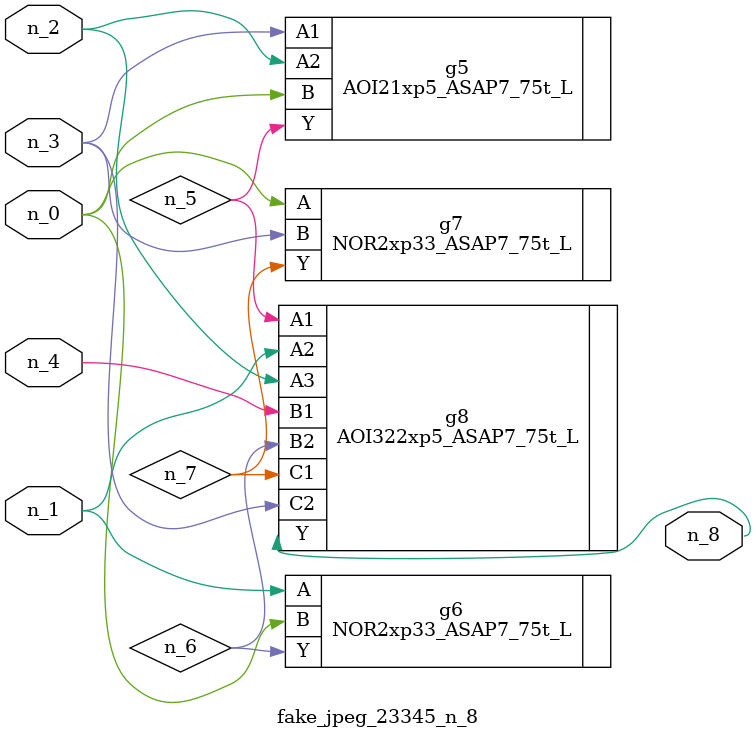
<source format=v>
module fake_jpeg_23345_n_8 (n_3, n_2, n_1, n_0, n_4, n_8);

input n_3;
input n_2;
input n_1;
input n_0;
input n_4;

output n_8;

wire n_6;
wire n_5;
wire n_7;

AOI21xp5_ASAP7_75t_L g5 ( 
.A1(n_3),
.A2(n_2),
.B(n_0),
.Y(n_5)
);

NOR2xp33_ASAP7_75t_L g6 ( 
.A(n_1),
.B(n_0),
.Y(n_6)
);

NOR2xp33_ASAP7_75t_L g7 ( 
.A(n_0),
.B(n_3),
.Y(n_7)
);

AOI322xp5_ASAP7_75t_L g8 ( 
.A1(n_5),
.A2(n_1),
.A3(n_2),
.B1(n_4),
.B2(n_6),
.C1(n_7),
.C2(n_3),
.Y(n_8)
);


endmodule
</source>
